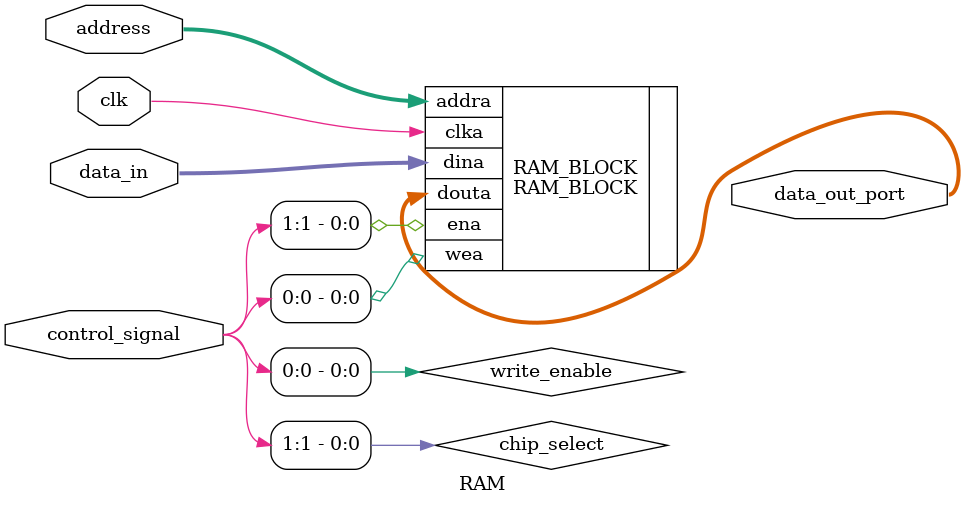
<source format=v>
`timescale 1ns / 1ps
module RAM(
	clk,
	address,
	data_in,
	data_out_port,
	control_signal
    );
input clk;
input [15:0] address;
	 
input [1:0] control_signal;

//Input and Output for data Ports

input [15:0] data_in;
output [15:0] data_out_port;
	 
	assign chip_select =control_signal[1]; 
	assign write_enable=control_signal[0];
	//assign output_enable=control_signal[0];
	 
RAM_BLOCK RAM_BLOCK (
  .clka(clk), // input clka
  .ena(chip_select), // input ena
  .wea(write_enable), // input [0 : 0] wea
  .addra(address), // input [15 : 0] addra
  .dina(data_in), // input [15 : 0] dina
  .douta(data_out_port) // output [15 : 0] douta
);

/*parameter DATA_WIDTH = 16 ;
parameter ADDR_WIDTH = 14 ;
parameter RAM_DEPTH = 1 << ADDR_WIDTH;

//Input Ports

input clk;
input [15:0] address;
input [2:0] control_signal;

//Input and Output for data Ports

input [DATA_WIDTH-1:0] data_in;
output [DATA_WIDTH-1:0] data_out_port;

//Internal Variables
wire chip_select;
wire write_enable;
wire output_enable;
wire [13:0] address2;
reg [DATA_WIDTH-1:0] data_out;
reg [1:0] mem2;
reg [DATA_WIDTH-1:0] mem [RAM_DEPTH-1:0];

	assign address2[13:0] = address[13:0];
	assign chip_select =control_signal[2]; 
	assign write_enable=control_signal[1];
	assign output_enable=control_signal[0];

assign data_out_port = data_out;
always @ (posedge clk)
	begin: MEM_WRITE
		if(chip_select && write_enable)
			begin
				mem[address2] = data_in;
				mem2 = address[15:14];
			end
end

always @ (posedge clk)
	begin:MEM_READ
		if(chip_select && !write_enable && output_enable)
			begin
				data_out = mem[address2];
			end
end
		//Initial Data
		//height
		initial	mem[0] = 16'b00000000_00001100;
		//width
		initial	mem[1] = 16'b00000000_00000101;
		//picture size
		initial	mem[2] = 16'b00000000_00011001;
		//image start point
		initial	mem[3] = 16'b00000000_00010000;
		
		
		//variable data
		initial	mem[4] = 16'b00000000_00000000;
		initial	mem[5] = 16'b00000000_00000000;
		initial	mem[6] = 16'b00000000_00000000;
		initial	mem[7] = 16'b00000000_00000000;
		initial	mem[8] = 16'b00000000_00000000;
		initial	mem[9] = 16'b00000000_00000000;
		initial	mem[10] = 16'b00000000_00000000;
		initial	mem[11] = 16'b00000000_00000000;
		initial	mem[12] = 16'b00000000_00000000;
		initial	mem[13] = 16'b00000000_00000000;
		initial	mem[14] = 16'b00000000_00000000;
		initial	mem[15] = 16'b00000000_00000000;
		
		//Image 5*5
		initial	mem[16] = 16'b00000000_11111111;
		initial	mem[17] = 16'b00000000_11101010;
		initial	mem[18] = 16'b00000000_11001100;
		initial	mem[19] = 16'b00000000_10100101;
		initial	mem[20] = 16'b00000000_01111111;
		initial	mem[21] = 16'b00000000_11101010;
		initial	mem[22] = 16'b00000000_11001100;
		initial	mem[23] = 16'b00000000_10100101;
		initial	mem[24] = 16'b00000000_01111111;
		initial	mem[25] = 16'b00000000_01011001;
		initial	mem[26] = 16'b00000000_11001100;
		initial	mem[27] = 16'b00000000_10100101;
		initial	mem[28] = 16'b00000000_01111111;
		initial	mem[29] = 16'b00000000_01011001;
		initial	mem[30] = 16'b00000000_00110011;
		initial	mem[31] = 16'b00000000_10100101;
		initial	mem[32] = 16'b00000000_01111111;
		initial	mem[33] = 16'b00000000_01011001;
		initial	mem[34] = 16'b00000000_00110011;
		initial	mem[35] = 16'b00000000_00010100;
		initial	mem[36] = 16'b00000000_01111111;
		initial	mem[37] = 16'b00000000_01011001;
		initial	mem[38] = 16'b00000000_00110011;
		initial	mem[39] = 16'b00000000_00010100;
		initial	mem[40] = 16'b00000000_00000000;*/
		
		
endmodule

</source>
